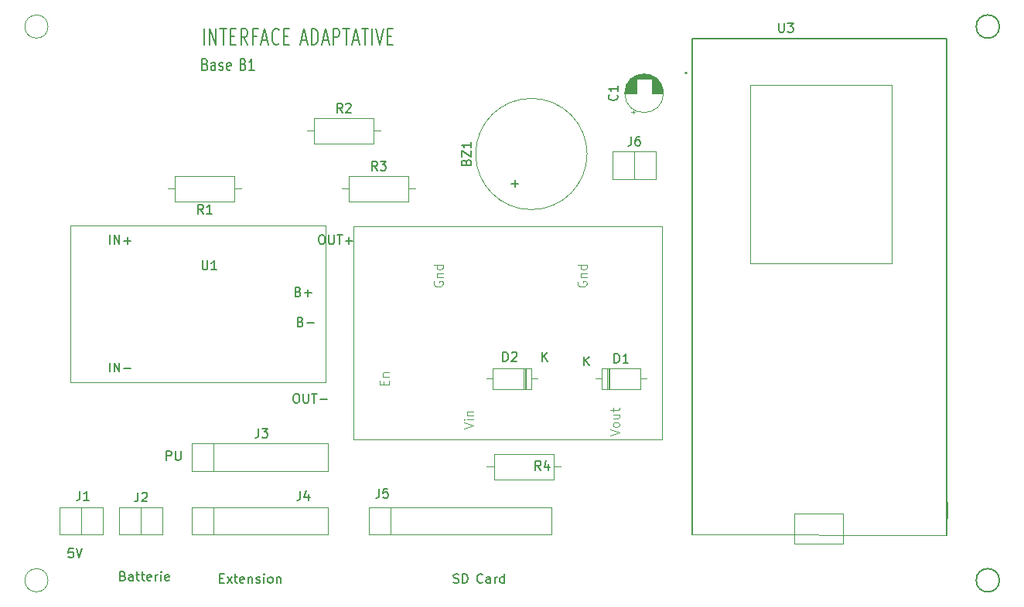
<source format=gbr>
%TF.GenerationSoftware,KiCad,Pcbnew,(7.0.0)*%
%TF.CreationDate,2023-03-30T08:56:28+02:00*%
%TF.ProjectId,HM-Base,484d2d42-6173-4652-9e6b-696361645f70,rev?*%
%TF.SameCoordinates,Original*%
%TF.FileFunction,Legend,Top*%
%TF.FilePolarity,Positive*%
%FSLAX46Y46*%
G04 Gerber Fmt 4.6, Leading zero omitted, Abs format (unit mm)*
G04 Created by KiCad (PCBNEW (7.0.0)) date 2023-03-30 08:56:28*
%MOMM*%
%LPD*%
G01*
G04 APERTURE LIST*
%ADD10C,0.101600*%
%ADD11C,0.150000*%
%ADD12C,0.200000*%
%ADD13C,0.100000*%
%ADD14C,0.120000*%
%ADD15C,0.127000*%
G04 APERTURE END LIST*
D10*
X85090000Y-111506000D02*
G75*
G03*
X85090000Y-111506000I-1270000J0D01*
G01*
X85090000Y-50800000D02*
G75*
G03*
X85090000Y-50800000I-1270000J0D01*
G01*
D11*
X189230000Y-111506000D02*
G75*
G03*
X189230000Y-111506000I-1270000J0D01*
G01*
X189230000Y-50800000D02*
G75*
G03*
X189230000Y-50800000I-1270000J0D01*
G01*
D12*
X102298428Y-54938385D02*
X102441285Y-54998861D01*
X102441285Y-54998861D02*
X102488904Y-55059338D01*
X102488904Y-55059338D02*
X102536523Y-55180290D01*
X102536523Y-55180290D02*
X102536523Y-55361719D01*
X102536523Y-55361719D02*
X102488904Y-55482671D01*
X102488904Y-55482671D02*
X102441285Y-55543147D01*
X102441285Y-55543147D02*
X102346047Y-55603623D01*
X102346047Y-55603623D02*
X101965095Y-55603623D01*
X101965095Y-55603623D02*
X101965095Y-54333623D01*
X101965095Y-54333623D02*
X102298428Y-54333623D01*
X102298428Y-54333623D02*
X102393666Y-54394100D01*
X102393666Y-54394100D02*
X102441285Y-54454576D01*
X102441285Y-54454576D02*
X102488904Y-54575528D01*
X102488904Y-54575528D02*
X102488904Y-54696480D01*
X102488904Y-54696480D02*
X102441285Y-54817433D01*
X102441285Y-54817433D02*
X102393666Y-54877909D01*
X102393666Y-54877909D02*
X102298428Y-54938385D01*
X102298428Y-54938385D02*
X101965095Y-54938385D01*
X103393666Y-55603623D02*
X103393666Y-54938385D01*
X103393666Y-54938385D02*
X103346047Y-54817433D01*
X103346047Y-54817433D02*
X103250809Y-54756957D01*
X103250809Y-54756957D02*
X103060333Y-54756957D01*
X103060333Y-54756957D02*
X102965095Y-54817433D01*
X103393666Y-55543147D02*
X103298428Y-55603623D01*
X103298428Y-55603623D02*
X103060333Y-55603623D01*
X103060333Y-55603623D02*
X102965095Y-55543147D01*
X102965095Y-55543147D02*
X102917476Y-55422195D01*
X102917476Y-55422195D02*
X102917476Y-55301242D01*
X102917476Y-55301242D02*
X102965095Y-55180290D01*
X102965095Y-55180290D02*
X103060333Y-55119814D01*
X103060333Y-55119814D02*
X103298428Y-55119814D01*
X103298428Y-55119814D02*
X103393666Y-55059338D01*
X103822238Y-55543147D02*
X103917476Y-55603623D01*
X103917476Y-55603623D02*
X104107952Y-55603623D01*
X104107952Y-55603623D02*
X104203190Y-55543147D01*
X104203190Y-55543147D02*
X104250809Y-55422195D01*
X104250809Y-55422195D02*
X104250809Y-55361719D01*
X104250809Y-55361719D02*
X104203190Y-55240766D01*
X104203190Y-55240766D02*
X104107952Y-55180290D01*
X104107952Y-55180290D02*
X103965095Y-55180290D01*
X103965095Y-55180290D02*
X103869857Y-55119814D01*
X103869857Y-55119814D02*
X103822238Y-54998861D01*
X103822238Y-54998861D02*
X103822238Y-54938385D01*
X103822238Y-54938385D02*
X103869857Y-54817433D01*
X103869857Y-54817433D02*
X103965095Y-54756957D01*
X103965095Y-54756957D02*
X104107952Y-54756957D01*
X104107952Y-54756957D02*
X104203190Y-54817433D01*
X105060333Y-55543147D02*
X104965095Y-55603623D01*
X104965095Y-55603623D02*
X104774619Y-55603623D01*
X104774619Y-55603623D02*
X104679381Y-55543147D01*
X104679381Y-55543147D02*
X104631762Y-55422195D01*
X104631762Y-55422195D02*
X104631762Y-54938385D01*
X104631762Y-54938385D02*
X104679381Y-54817433D01*
X104679381Y-54817433D02*
X104774619Y-54756957D01*
X104774619Y-54756957D02*
X104965095Y-54756957D01*
X104965095Y-54756957D02*
X105060333Y-54817433D01*
X105060333Y-54817433D02*
X105107952Y-54938385D01*
X105107952Y-54938385D02*
X105107952Y-55059338D01*
X105107952Y-55059338D02*
X104631762Y-55180290D01*
X106469857Y-54938385D02*
X106612714Y-54998861D01*
X106612714Y-54998861D02*
X106660333Y-55059338D01*
X106660333Y-55059338D02*
X106707952Y-55180290D01*
X106707952Y-55180290D02*
X106707952Y-55361719D01*
X106707952Y-55361719D02*
X106660333Y-55482671D01*
X106660333Y-55482671D02*
X106612714Y-55543147D01*
X106612714Y-55543147D02*
X106517476Y-55603623D01*
X106517476Y-55603623D02*
X106136524Y-55603623D01*
X106136524Y-55603623D02*
X106136524Y-54333623D01*
X106136524Y-54333623D02*
X106469857Y-54333623D01*
X106469857Y-54333623D02*
X106565095Y-54394100D01*
X106565095Y-54394100D02*
X106612714Y-54454576D01*
X106612714Y-54454576D02*
X106660333Y-54575528D01*
X106660333Y-54575528D02*
X106660333Y-54696480D01*
X106660333Y-54696480D02*
X106612714Y-54817433D01*
X106612714Y-54817433D02*
X106565095Y-54877909D01*
X106565095Y-54877909D02*
X106469857Y-54938385D01*
X106469857Y-54938385D02*
X106136524Y-54938385D01*
X107660333Y-55603623D02*
X107088905Y-55603623D01*
X107374619Y-55603623D02*
X107374619Y-54333623D01*
X107374619Y-54333623D02*
X107279381Y-54515052D01*
X107279381Y-54515052D02*
X107184143Y-54636004D01*
X107184143Y-54636004D02*
X107088905Y-54696480D01*
X102156380Y-52826074D02*
X102156380Y-51048074D01*
X102761142Y-52826074D02*
X102761142Y-51048074D01*
X102761142Y-51048074D02*
X103486857Y-52826074D01*
X103486857Y-52826074D02*
X103486857Y-51048074D01*
X103910190Y-51048074D02*
X104635904Y-51048074D01*
X104273047Y-52826074D02*
X104273047Y-51048074D01*
X105059237Y-51894741D02*
X105482571Y-51894741D01*
X105663999Y-52826074D02*
X105059237Y-52826074D01*
X105059237Y-52826074D02*
X105059237Y-51048074D01*
X105059237Y-51048074D02*
X105663999Y-51048074D01*
X106934000Y-52826074D02*
X106510666Y-51979407D01*
X106208285Y-52826074D02*
X106208285Y-51048074D01*
X106208285Y-51048074D02*
X106692095Y-51048074D01*
X106692095Y-51048074D02*
X106813047Y-51132741D01*
X106813047Y-51132741D02*
X106873524Y-51217407D01*
X106873524Y-51217407D02*
X106934000Y-51386741D01*
X106934000Y-51386741D02*
X106934000Y-51640741D01*
X106934000Y-51640741D02*
X106873524Y-51810074D01*
X106873524Y-51810074D02*
X106813047Y-51894741D01*
X106813047Y-51894741D02*
X106692095Y-51979407D01*
X106692095Y-51979407D02*
X106208285Y-51979407D01*
X107901619Y-51894741D02*
X107478285Y-51894741D01*
X107478285Y-52826074D02*
X107478285Y-51048074D01*
X107478285Y-51048074D02*
X108083047Y-51048074D01*
X108506380Y-52318074D02*
X109111142Y-52318074D01*
X108385428Y-52826074D02*
X108808761Y-51048074D01*
X108808761Y-51048074D02*
X109232095Y-52826074D01*
X110381142Y-52656741D02*
X110320666Y-52741407D01*
X110320666Y-52741407D02*
X110139237Y-52826074D01*
X110139237Y-52826074D02*
X110018285Y-52826074D01*
X110018285Y-52826074D02*
X109836856Y-52741407D01*
X109836856Y-52741407D02*
X109715904Y-52572074D01*
X109715904Y-52572074D02*
X109655427Y-52402741D01*
X109655427Y-52402741D02*
X109594951Y-52064074D01*
X109594951Y-52064074D02*
X109594951Y-51810074D01*
X109594951Y-51810074D02*
X109655427Y-51471407D01*
X109655427Y-51471407D02*
X109715904Y-51302074D01*
X109715904Y-51302074D02*
X109836856Y-51132741D01*
X109836856Y-51132741D02*
X110018285Y-51048074D01*
X110018285Y-51048074D02*
X110139237Y-51048074D01*
X110139237Y-51048074D02*
X110320666Y-51132741D01*
X110320666Y-51132741D02*
X110381142Y-51217407D01*
X110925427Y-51894741D02*
X111348761Y-51894741D01*
X111530189Y-52826074D02*
X110925427Y-52826074D01*
X110925427Y-52826074D02*
X110925427Y-51048074D01*
X110925427Y-51048074D02*
X111530189Y-51048074D01*
X112775999Y-52318074D02*
X113380761Y-52318074D01*
X112655047Y-52826074D02*
X113078380Y-51048074D01*
X113078380Y-51048074D02*
X113501714Y-52826074D01*
X113925046Y-52826074D02*
X113925046Y-51048074D01*
X113925046Y-51048074D02*
X114227427Y-51048074D01*
X114227427Y-51048074D02*
X114408856Y-51132741D01*
X114408856Y-51132741D02*
X114529808Y-51302074D01*
X114529808Y-51302074D02*
X114590285Y-51471407D01*
X114590285Y-51471407D02*
X114650761Y-51810074D01*
X114650761Y-51810074D02*
X114650761Y-52064074D01*
X114650761Y-52064074D02*
X114590285Y-52402741D01*
X114590285Y-52402741D02*
X114529808Y-52572074D01*
X114529808Y-52572074D02*
X114408856Y-52741407D01*
X114408856Y-52741407D02*
X114227427Y-52826074D01*
X114227427Y-52826074D02*
X113925046Y-52826074D01*
X115134570Y-52318074D02*
X115739332Y-52318074D01*
X115013618Y-52826074D02*
X115436951Y-51048074D01*
X115436951Y-51048074D02*
X115860285Y-52826074D01*
X116283617Y-52826074D02*
X116283617Y-51048074D01*
X116283617Y-51048074D02*
X116767427Y-51048074D01*
X116767427Y-51048074D02*
X116888379Y-51132741D01*
X116888379Y-51132741D02*
X116948856Y-51217407D01*
X116948856Y-51217407D02*
X117009332Y-51386741D01*
X117009332Y-51386741D02*
X117009332Y-51640741D01*
X117009332Y-51640741D02*
X116948856Y-51810074D01*
X116948856Y-51810074D02*
X116888379Y-51894741D01*
X116888379Y-51894741D02*
X116767427Y-51979407D01*
X116767427Y-51979407D02*
X116283617Y-51979407D01*
X117372189Y-51048074D02*
X118097903Y-51048074D01*
X117735046Y-52826074D02*
X117735046Y-51048074D01*
X118460760Y-52318074D02*
X119065522Y-52318074D01*
X118339808Y-52826074D02*
X118763141Y-51048074D01*
X118763141Y-51048074D02*
X119186475Y-52826074D01*
X119428379Y-51048074D02*
X120154093Y-51048074D01*
X119791236Y-52826074D02*
X119791236Y-51048074D01*
X120577426Y-52826074D02*
X120577426Y-51048074D01*
X121000760Y-51048074D02*
X121424093Y-52826074D01*
X121424093Y-52826074D02*
X121847427Y-51048074D01*
X122270759Y-51894741D02*
X122694093Y-51894741D01*
X122875521Y-52826074D02*
X122270759Y-52826074D01*
X122270759Y-52826074D02*
X122270759Y-51048074D01*
X122270759Y-51048074D02*
X122875521Y-51048074D01*
D11*
X129476476Y-111748761D02*
X129619333Y-111796380D01*
X129619333Y-111796380D02*
X129857428Y-111796380D01*
X129857428Y-111796380D02*
X129952666Y-111748761D01*
X129952666Y-111748761D02*
X130000285Y-111701142D01*
X130000285Y-111701142D02*
X130047904Y-111605904D01*
X130047904Y-111605904D02*
X130047904Y-111510666D01*
X130047904Y-111510666D02*
X130000285Y-111415428D01*
X130000285Y-111415428D02*
X129952666Y-111367809D01*
X129952666Y-111367809D02*
X129857428Y-111320190D01*
X129857428Y-111320190D02*
X129666952Y-111272571D01*
X129666952Y-111272571D02*
X129571714Y-111224952D01*
X129571714Y-111224952D02*
X129524095Y-111177333D01*
X129524095Y-111177333D02*
X129476476Y-111082095D01*
X129476476Y-111082095D02*
X129476476Y-110986857D01*
X129476476Y-110986857D02*
X129524095Y-110891619D01*
X129524095Y-110891619D02*
X129571714Y-110844000D01*
X129571714Y-110844000D02*
X129666952Y-110796380D01*
X129666952Y-110796380D02*
X129905047Y-110796380D01*
X129905047Y-110796380D02*
X130047904Y-110844000D01*
X130476476Y-111796380D02*
X130476476Y-110796380D01*
X130476476Y-110796380D02*
X130714571Y-110796380D01*
X130714571Y-110796380D02*
X130857428Y-110844000D01*
X130857428Y-110844000D02*
X130952666Y-110939238D01*
X130952666Y-110939238D02*
X131000285Y-111034476D01*
X131000285Y-111034476D02*
X131047904Y-111224952D01*
X131047904Y-111224952D02*
X131047904Y-111367809D01*
X131047904Y-111367809D02*
X131000285Y-111558285D01*
X131000285Y-111558285D02*
X130952666Y-111653523D01*
X130952666Y-111653523D02*
X130857428Y-111748761D01*
X130857428Y-111748761D02*
X130714571Y-111796380D01*
X130714571Y-111796380D02*
X130476476Y-111796380D01*
X132647904Y-111701142D02*
X132600285Y-111748761D01*
X132600285Y-111748761D02*
X132457428Y-111796380D01*
X132457428Y-111796380D02*
X132362190Y-111796380D01*
X132362190Y-111796380D02*
X132219333Y-111748761D01*
X132219333Y-111748761D02*
X132124095Y-111653523D01*
X132124095Y-111653523D02*
X132076476Y-111558285D01*
X132076476Y-111558285D02*
X132028857Y-111367809D01*
X132028857Y-111367809D02*
X132028857Y-111224952D01*
X132028857Y-111224952D02*
X132076476Y-111034476D01*
X132076476Y-111034476D02*
X132124095Y-110939238D01*
X132124095Y-110939238D02*
X132219333Y-110844000D01*
X132219333Y-110844000D02*
X132362190Y-110796380D01*
X132362190Y-110796380D02*
X132457428Y-110796380D01*
X132457428Y-110796380D02*
X132600285Y-110844000D01*
X132600285Y-110844000D02*
X132647904Y-110891619D01*
X133505047Y-111796380D02*
X133505047Y-111272571D01*
X133505047Y-111272571D02*
X133457428Y-111177333D01*
X133457428Y-111177333D02*
X133362190Y-111129714D01*
X133362190Y-111129714D02*
X133171714Y-111129714D01*
X133171714Y-111129714D02*
X133076476Y-111177333D01*
X133505047Y-111748761D02*
X133409809Y-111796380D01*
X133409809Y-111796380D02*
X133171714Y-111796380D01*
X133171714Y-111796380D02*
X133076476Y-111748761D01*
X133076476Y-111748761D02*
X133028857Y-111653523D01*
X133028857Y-111653523D02*
X133028857Y-111558285D01*
X133028857Y-111558285D02*
X133076476Y-111463047D01*
X133076476Y-111463047D02*
X133171714Y-111415428D01*
X133171714Y-111415428D02*
X133409809Y-111415428D01*
X133409809Y-111415428D02*
X133505047Y-111367809D01*
X133981238Y-111796380D02*
X133981238Y-111129714D01*
X133981238Y-111320190D02*
X134028857Y-111224952D01*
X134028857Y-111224952D02*
X134076476Y-111177333D01*
X134076476Y-111177333D02*
X134171714Y-111129714D01*
X134171714Y-111129714D02*
X134266952Y-111129714D01*
X135028857Y-111796380D02*
X135028857Y-110796380D01*
X135028857Y-111748761D02*
X134933619Y-111796380D01*
X134933619Y-111796380D02*
X134743143Y-111796380D01*
X134743143Y-111796380D02*
X134647905Y-111748761D01*
X134647905Y-111748761D02*
X134600286Y-111701142D01*
X134600286Y-111701142D02*
X134552667Y-111605904D01*
X134552667Y-111605904D02*
X134552667Y-111320190D01*
X134552667Y-111320190D02*
X134600286Y-111224952D01*
X134600286Y-111224952D02*
X134647905Y-111177333D01*
X134647905Y-111177333D02*
X134743143Y-111129714D01*
X134743143Y-111129714D02*
X134933619Y-111129714D01*
X134933619Y-111129714D02*
X135028857Y-111177333D01*
X103870095Y-111272571D02*
X104203428Y-111272571D01*
X104346285Y-111796380D02*
X103870095Y-111796380D01*
X103870095Y-111796380D02*
X103870095Y-110796380D01*
X103870095Y-110796380D02*
X104346285Y-110796380D01*
X104679619Y-111796380D02*
X105203428Y-111129714D01*
X104679619Y-111129714D02*
X105203428Y-111796380D01*
X105441524Y-111129714D02*
X105822476Y-111129714D01*
X105584381Y-110796380D02*
X105584381Y-111653523D01*
X105584381Y-111653523D02*
X105632000Y-111748761D01*
X105632000Y-111748761D02*
X105727238Y-111796380D01*
X105727238Y-111796380D02*
X105822476Y-111796380D01*
X106536762Y-111748761D02*
X106441524Y-111796380D01*
X106441524Y-111796380D02*
X106251048Y-111796380D01*
X106251048Y-111796380D02*
X106155810Y-111748761D01*
X106155810Y-111748761D02*
X106108191Y-111653523D01*
X106108191Y-111653523D02*
X106108191Y-111272571D01*
X106108191Y-111272571D02*
X106155810Y-111177333D01*
X106155810Y-111177333D02*
X106251048Y-111129714D01*
X106251048Y-111129714D02*
X106441524Y-111129714D01*
X106441524Y-111129714D02*
X106536762Y-111177333D01*
X106536762Y-111177333D02*
X106584381Y-111272571D01*
X106584381Y-111272571D02*
X106584381Y-111367809D01*
X106584381Y-111367809D02*
X106108191Y-111463047D01*
X107012953Y-111129714D02*
X107012953Y-111796380D01*
X107012953Y-111224952D02*
X107060572Y-111177333D01*
X107060572Y-111177333D02*
X107155810Y-111129714D01*
X107155810Y-111129714D02*
X107298667Y-111129714D01*
X107298667Y-111129714D02*
X107393905Y-111177333D01*
X107393905Y-111177333D02*
X107441524Y-111272571D01*
X107441524Y-111272571D02*
X107441524Y-111796380D01*
X107870096Y-111748761D02*
X107965334Y-111796380D01*
X107965334Y-111796380D02*
X108155810Y-111796380D01*
X108155810Y-111796380D02*
X108251048Y-111748761D01*
X108251048Y-111748761D02*
X108298667Y-111653523D01*
X108298667Y-111653523D02*
X108298667Y-111605904D01*
X108298667Y-111605904D02*
X108251048Y-111510666D01*
X108251048Y-111510666D02*
X108155810Y-111463047D01*
X108155810Y-111463047D02*
X108012953Y-111463047D01*
X108012953Y-111463047D02*
X107917715Y-111415428D01*
X107917715Y-111415428D02*
X107870096Y-111320190D01*
X107870096Y-111320190D02*
X107870096Y-111272571D01*
X107870096Y-111272571D02*
X107917715Y-111177333D01*
X107917715Y-111177333D02*
X108012953Y-111129714D01*
X108012953Y-111129714D02*
X108155810Y-111129714D01*
X108155810Y-111129714D02*
X108251048Y-111177333D01*
X108727239Y-111796380D02*
X108727239Y-111129714D01*
X108727239Y-110796380D02*
X108679620Y-110844000D01*
X108679620Y-110844000D02*
X108727239Y-110891619D01*
X108727239Y-110891619D02*
X108774858Y-110844000D01*
X108774858Y-110844000D02*
X108727239Y-110796380D01*
X108727239Y-110796380D02*
X108727239Y-110891619D01*
X109346286Y-111796380D02*
X109251048Y-111748761D01*
X109251048Y-111748761D02*
X109203429Y-111701142D01*
X109203429Y-111701142D02*
X109155810Y-111605904D01*
X109155810Y-111605904D02*
X109155810Y-111320190D01*
X109155810Y-111320190D02*
X109203429Y-111224952D01*
X109203429Y-111224952D02*
X109251048Y-111177333D01*
X109251048Y-111177333D02*
X109346286Y-111129714D01*
X109346286Y-111129714D02*
X109489143Y-111129714D01*
X109489143Y-111129714D02*
X109584381Y-111177333D01*
X109584381Y-111177333D02*
X109632000Y-111224952D01*
X109632000Y-111224952D02*
X109679619Y-111320190D01*
X109679619Y-111320190D02*
X109679619Y-111605904D01*
X109679619Y-111605904D02*
X109632000Y-111701142D01*
X109632000Y-111701142D02*
X109584381Y-111748761D01*
X109584381Y-111748761D02*
X109489143Y-111796380D01*
X109489143Y-111796380D02*
X109346286Y-111796380D01*
X110108191Y-111129714D02*
X110108191Y-111796380D01*
X110108191Y-111224952D02*
X110155810Y-111177333D01*
X110155810Y-111177333D02*
X110251048Y-111129714D01*
X110251048Y-111129714D02*
X110393905Y-111129714D01*
X110393905Y-111129714D02*
X110489143Y-111177333D01*
X110489143Y-111177333D02*
X110536762Y-111272571D01*
X110536762Y-111272571D02*
X110536762Y-111796380D01*
X98028095Y-98334380D02*
X98028095Y-97334380D01*
X98028095Y-97334380D02*
X98409047Y-97334380D01*
X98409047Y-97334380D02*
X98504285Y-97382000D01*
X98504285Y-97382000D02*
X98551904Y-97429619D01*
X98551904Y-97429619D02*
X98599523Y-97524857D01*
X98599523Y-97524857D02*
X98599523Y-97667714D01*
X98599523Y-97667714D02*
X98551904Y-97762952D01*
X98551904Y-97762952D02*
X98504285Y-97810571D01*
X98504285Y-97810571D02*
X98409047Y-97858190D01*
X98409047Y-97858190D02*
X98028095Y-97858190D01*
X99028095Y-97334380D02*
X99028095Y-98143904D01*
X99028095Y-98143904D02*
X99075714Y-98239142D01*
X99075714Y-98239142D02*
X99123333Y-98286761D01*
X99123333Y-98286761D02*
X99218571Y-98334380D01*
X99218571Y-98334380D02*
X99409047Y-98334380D01*
X99409047Y-98334380D02*
X99504285Y-98286761D01*
X99504285Y-98286761D02*
X99551904Y-98239142D01*
X99551904Y-98239142D02*
X99599523Y-98143904D01*
X99599523Y-98143904D02*
X99599523Y-97334380D01*
X93281428Y-111018571D02*
X93424285Y-111066190D01*
X93424285Y-111066190D02*
X93471904Y-111113809D01*
X93471904Y-111113809D02*
X93519523Y-111209047D01*
X93519523Y-111209047D02*
X93519523Y-111351904D01*
X93519523Y-111351904D02*
X93471904Y-111447142D01*
X93471904Y-111447142D02*
X93424285Y-111494761D01*
X93424285Y-111494761D02*
X93329047Y-111542380D01*
X93329047Y-111542380D02*
X92948095Y-111542380D01*
X92948095Y-111542380D02*
X92948095Y-110542380D01*
X92948095Y-110542380D02*
X93281428Y-110542380D01*
X93281428Y-110542380D02*
X93376666Y-110590000D01*
X93376666Y-110590000D02*
X93424285Y-110637619D01*
X93424285Y-110637619D02*
X93471904Y-110732857D01*
X93471904Y-110732857D02*
X93471904Y-110828095D01*
X93471904Y-110828095D02*
X93424285Y-110923333D01*
X93424285Y-110923333D02*
X93376666Y-110970952D01*
X93376666Y-110970952D02*
X93281428Y-111018571D01*
X93281428Y-111018571D02*
X92948095Y-111018571D01*
X94376666Y-111542380D02*
X94376666Y-111018571D01*
X94376666Y-111018571D02*
X94329047Y-110923333D01*
X94329047Y-110923333D02*
X94233809Y-110875714D01*
X94233809Y-110875714D02*
X94043333Y-110875714D01*
X94043333Y-110875714D02*
X93948095Y-110923333D01*
X94376666Y-111494761D02*
X94281428Y-111542380D01*
X94281428Y-111542380D02*
X94043333Y-111542380D01*
X94043333Y-111542380D02*
X93948095Y-111494761D01*
X93948095Y-111494761D02*
X93900476Y-111399523D01*
X93900476Y-111399523D02*
X93900476Y-111304285D01*
X93900476Y-111304285D02*
X93948095Y-111209047D01*
X93948095Y-111209047D02*
X94043333Y-111161428D01*
X94043333Y-111161428D02*
X94281428Y-111161428D01*
X94281428Y-111161428D02*
X94376666Y-111113809D01*
X94710000Y-110875714D02*
X95090952Y-110875714D01*
X94852857Y-110542380D02*
X94852857Y-111399523D01*
X94852857Y-111399523D02*
X94900476Y-111494761D01*
X94900476Y-111494761D02*
X94995714Y-111542380D01*
X94995714Y-111542380D02*
X95090952Y-111542380D01*
X95281429Y-110875714D02*
X95662381Y-110875714D01*
X95424286Y-110542380D02*
X95424286Y-111399523D01*
X95424286Y-111399523D02*
X95471905Y-111494761D01*
X95471905Y-111494761D02*
X95567143Y-111542380D01*
X95567143Y-111542380D02*
X95662381Y-111542380D01*
X96376667Y-111494761D02*
X96281429Y-111542380D01*
X96281429Y-111542380D02*
X96090953Y-111542380D01*
X96090953Y-111542380D02*
X95995715Y-111494761D01*
X95995715Y-111494761D02*
X95948096Y-111399523D01*
X95948096Y-111399523D02*
X95948096Y-111018571D01*
X95948096Y-111018571D02*
X95995715Y-110923333D01*
X95995715Y-110923333D02*
X96090953Y-110875714D01*
X96090953Y-110875714D02*
X96281429Y-110875714D01*
X96281429Y-110875714D02*
X96376667Y-110923333D01*
X96376667Y-110923333D02*
X96424286Y-111018571D01*
X96424286Y-111018571D02*
X96424286Y-111113809D01*
X96424286Y-111113809D02*
X95948096Y-111209047D01*
X96852858Y-111542380D02*
X96852858Y-110875714D01*
X96852858Y-111066190D02*
X96900477Y-110970952D01*
X96900477Y-110970952D02*
X96948096Y-110923333D01*
X96948096Y-110923333D02*
X97043334Y-110875714D01*
X97043334Y-110875714D02*
X97138572Y-110875714D01*
X97471906Y-111542380D02*
X97471906Y-110875714D01*
X97471906Y-110542380D02*
X97424287Y-110590000D01*
X97424287Y-110590000D02*
X97471906Y-110637619D01*
X97471906Y-110637619D02*
X97519525Y-110590000D01*
X97519525Y-110590000D02*
X97471906Y-110542380D01*
X97471906Y-110542380D02*
X97471906Y-110637619D01*
X98329048Y-111494761D02*
X98233810Y-111542380D01*
X98233810Y-111542380D02*
X98043334Y-111542380D01*
X98043334Y-111542380D02*
X97948096Y-111494761D01*
X97948096Y-111494761D02*
X97900477Y-111399523D01*
X97900477Y-111399523D02*
X97900477Y-111018571D01*
X97900477Y-111018571D02*
X97948096Y-110923333D01*
X97948096Y-110923333D02*
X98043334Y-110875714D01*
X98043334Y-110875714D02*
X98233810Y-110875714D01*
X98233810Y-110875714D02*
X98329048Y-110923333D01*
X98329048Y-110923333D02*
X98376667Y-111018571D01*
X98376667Y-111018571D02*
X98376667Y-111113809D01*
X98376667Y-111113809D02*
X97900477Y-111209047D01*
X87836285Y-108002380D02*
X87360095Y-108002380D01*
X87360095Y-108002380D02*
X87312476Y-108478571D01*
X87312476Y-108478571D02*
X87360095Y-108430952D01*
X87360095Y-108430952D02*
X87455333Y-108383333D01*
X87455333Y-108383333D02*
X87693428Y-108383333D01*
X87693428Y-108383333D02*
X87788666Y-108430952D01*
X87788666Y-108430952D02*
X87836285Y-108478571D01*
X87836285Y-108478571D02*
X87883904Y-108573809D01*
X87883904Y-108573809D02*
X87883904Y-108811904D01*
X87883904Y-108811904D02*
X87836285Y-108907142D01*
X87836285Y-108907142D02*
X87788666Y-108954761D01*
X87788666Y-108954761D02*
X87693428Y-109002380D01*
X87693428Y-109002380D02*
X87455333Y-109002380D01*
X87455333Y-109002380D02*
X87360095Y-108954761D01*
X87360095Y-108954761D02*
X87312476Y-108907142D01*
X88169619Y-108002380D02*
X88502952Y-109002380D01*
X88502952Y-109002380D02*
X88836285Y-108002380D01*
D13*
%TO.C,U2*%
X127354000Y-78740095D02*
X127306380Y-78835333D01*
X127306380Y-78835333D02*
X127306380Y-78978190D01*
X127306380Y-78978190D02*
X127354000Y-79121047D01*
X127354000Y-79121047D02*
X127449238Y-79216285D01*
X127449238Y-79216285D02*
X127544476Y-79263904D01*
X127544476Y-79263904D02*
X127734952Y-79311523D01*
X127734952Y-79311523D02*
X127877809Y-79311523D01*
X127877809Y-79311523D02*
X128068285Y-79263904D01*
X128068285Y-79263904D02*
X128163523Y-79216285D01*
X128163523Y-79216285D02*
X128258761Y-79121047D01*
X128258761Y-79121047D02*
X128306380Y-78978190D01*
X128306380Y-78978190D02*
X128306380Y-78882952D01*
X128306380Y-78882952D02*
X128258761Y-78740095D01*
X128258761Y-78740095D02*
X128211142Y-78692476D01*
X128211142Y-78692476D02*
X127877809Y-78692476D01*
X127877809Y-78692476D02*
X127877809Y-78882952D01*
X127639714Y-78263904D02*
X128306380Y-78263904D01*
X127734952Y-78263904D02*
X127687333Y-78216285D01*
X127687333Y-78216285D02*
X127639714Y-78121047D01*
X127639714Y-78121047D02*
X127639714Y-77978190D01*
X127639714Y-77978190D02*
X127687333Y-77882952D01*
X127687333Y-77882952D02*
X127782571Y-77835333D01*
X127782571Y-77835333D02*
X128306380Y-77835333D01*
X128306380Y-76930571D02*
X127306380Y-76930571D01*
X128258761Y-76930571D02*
X128306380Y-77025809D01*
X128306380Y-77025809D02*
X128306380Y-77216285D01*
X128306380Y-77216285D02*
X128258761Y-77311523D01*
X128258761Y-77311523D02*
X128211142Y-77359142D01*
X128211142Y-77359142D02*
X128115904Y-77406761D01*
X128115904Y-77406761D02*
X127830190Y-77406761D01*
X127830190Y-77406761D02*
X127734952Y-77359142D01*
X127734952Y-77359142D02*
X127687333Y-77311523D01*
X127687333Y-77311523D02*
X127639714Y-77216285D01*
X127639714Y-77216285D02*
X127639714Y-77025809D01*
X127639714Y-77025809D02*
X127687333Y-76930571D01*
X146610380Y-95662761D02*
X147610380Y-95329428D01*
X147610380Y-95329428D02*
X146610380Y-94996095D01*
X147610380Y-94519904D02*
X147562761Y-94615142D01*
X147562761Y-94615142D02*
X147515142Y-94662761D01*
X147515142Y-94662761D02*
X147419904Y-94710380D01*
X147419904Y-94710380D02*
X147134190Y-94710380D01*
X147134190Y-94710380D02*
X147038952Y-94662761D01*
X147038952Y-94662761D02*
X146991333Y-94615142D01*
X146991333Y-94615142D02*
X146943714Y-94519904D01*
X146943714Y-94519904D02*
X146943714Y-94377047D01*
X146943714Y-94377047D02*
X146991333Y-94281809D01*
X146991333Y-94281809D02*
X147038952Y-94234190D01*
X147038952Y-94234190D02*
X147134190Y-94186571D01*
X147134190Y-94186571D02*
X147419904Y-94186571D01*
X147419904Y-94186571D02*
X147515142Y-94234190D01*
X147515142Y-94234190D02*
X147562761Y-94281809D01*
X147562761Y-94281809D02*
X147610380Y-94377047D01*
X147610380Y-94377047D02*
X147610380Y-94519904D01*
X146943714Y-93329428D02*
X147610380Y-93329428D01*
X146943714Y-93757999D02*
X147467523Y-93757999D01*
X147467523Y-93757999D02*
X147562761Y-93710380D01*
X147562761Y-93710380D02*
X147610380Y-93615142D01*
X147610380Y-93615142D02*
X147610380Y-93472285D01*
X147610380Y-93472285D02*
X147562761Y-93377047D01*
X147562761Y-93377047D02*
X147515142Y-93329428D01*
X146943714Y-92996094D02*
X146943714Y-92615142D01*
X146610380Y-92853237D02*
X147467523Y-92853237D01*
X147467523Y-92853237D02*
X147562761Y-92805618D01*
X147562761Y-92805618D02*
X147610380Y-92710380D01*
X147610380Y-92710380D02*
X147610380Y-92615142D01*
X143102000Y-78754595D02*
X143054380Y-78849833D01*
X143054380Y-78849833D02*
X143054380Y-78992690D01*
X143054380Y-78992690D02*
X143102000Y-79135547D01*
X143102000Y-79135547D02*
X143197238Y-79230785D01*
X143197238Y-79230785D02*
X143292476Y-79278404D01*
X143292476Y-79278404D02*
X143482952Y-79326023D01*
X143482952Y-79326023D02*
X143625809Y-79326023D01*
X143625809Y-79326023D02*
X143816285Y-79278404D01*
X143816285Y-79278404D02*
X143911523Y-79230785D01*
X143911523Y-79230785D02*
X144006761Y-79135547D01*
X144006761Y-79135547D02*
X144054380Y-78992690D01*
X144054380Y-78992690D02*
X144054380Y-78897452D01*
X144054380Y-78897452D02*
X144006761Y-78754595D01*
X144006761Y-78754595D02*
X143959142Y-78706976D01*
X143959142Y-78706976D02*
X143625809Y-78706976D01*
X143625809Y-78706976D02*
X143625809Y-78897452D01*
X143387714Y-78278404D02*
X144054380Y-78278404D01*
X143482952Y-78278404D02*
X143435333Y-78230785D01*
X143435333Y-78230785D02*
X143387714Y-78135547D01*
X143387714Y-78135547D02*
X143387714Y-77992690D01*
X143387714Y-77992690D02*
X143435333Y-77897452D01*
X143435333Y-77897452D02*
X143530571Y-77849833D01*
X143530571Y-77849833D02*
X144054380Y-77849833D01*
X144054380Y-76945071D02*
X143054380Y-76945071D01*
X144006761Y-76945071D02*
X144054380Y-77040309D01*
X144054380Y-77040309D02*
X144054380Y-77230785D01*
X144054380Y-77230785D02*
X144006761Y-77326023D01*
X144006761Y-77326023D02*
X143959142Y-77373642D01*
X143959142Y-77373642D02*
X143863904Y-77421261D01*
X143863904Y-77421261D02*
X143578190Y-77421261D01*
X143578190Y-77421261D02*
X143482952Y-77373642D01*
X143482952Y-77373642D02*
X143435333Y-77326023D01*
X143435333Y-77326023D02*
X143387714Y-77230785D01*
X143387714Y-77230785D02*
X143387714Y-77040309D01*
X143387714Y-77040309D02*
X143435333Y-76945071D01*
X121864371Y-90073404D02*
X121864371Y-89740071D01*
X122388180Y-89597214D02*
X122388180Y-90073404D01*
X122388180Y-90073404D02*
X121388180Y-90073404D01*
X121388180Y-90073404D02*
X121388180Y-89597214D01*
X121721514Y-89168642D02*
X122388180Y-89168642D01*
X121816752Y-89168642D02*
X121769133Y-89121023D01*
X121769133Y-89121023D02*
X121721514Y-89025785D01*
X121721514Y-89025785D02*
X121721514Y-88882928D01*
X121721514Y-88882928D02*
X121769133Y-88787690D01*
X121769133Y-88787690D02*
X121864371Y-88740071D01*
X121864371Y-88740071D02*
X122388180Y-88740071D01*
X130608380Y-94900761D02*
X131608380Y-94567428D01*
X131608380Y-94567428D02*
X130608380Y-94234095D01*
X131608380Y-93900761D02*
X130941714Y-93900761D01*
X130608380Y-93900761D02*
X130656000Y-93948380D01*
X130656000Y-93948380D02*
X130703619Y-93900761D01*
X130703619Y-93900761D02*
X130656000Y-93853142D01*
X130656000Y-93853142D02*
X130608380Y-93900761D01*
X130608380Y-93900761D02*
X130703619Y-93900761D01*
X130941714Y-93424571D02*
X131608380Y-93424571D01*
X131036952Y-93424571D02*
X130989333Y-93376952D01*
X130989333Y-93376952D02*
X130941714Y-93281714D01*
X130941714Y-93281714D02*
X130941714Y-93138857D01*
X130941714Y-93138857D02*
X130989333Y-93043619D01*
X130989333Y-93043619D02*
X131084571Y-92996000D01*
X131084571Y-92996000D02*
X131608380Y-92996000D01*
D11*
%TO.C,J4*%
X112696666Y-101729380D02*
X112696666Y-102443666D01*
X112696666Y-102443666D02*
X112649047Y-102586523D01*
X112649047Y-102586523D02*
X112553809Y-102681761D01*
X112553809Y-102681761D02*
X112410952Y-102729380D01*
X112410952Y-102729380D02*
X112315714Y-102729380D01*
X113601428Y-102062714D02*
X113601428Y-102729380D01*
X113363333Y-101681761D02*
X113125238Y-102396047D01*
X113125238Y-102396047D02*
X113744285Y-102396047D01*
%TO.C,U3*%
X165099801Y-50421137D02*
X165099801Y-51230973D01*
X165099801Y-51230973D02*
X165147438Y-51326248D01*
X165147438Y-51326248D02*
X165195076Y-51373886D01*
X165195076Y-51373886D02*
X165290350Y-51421523D01*
X165290350Y-51421523D02*
X165480900Y-51421523D01*
X165480900Y-51421523D02*
X165576175Y-51373886D01*
X165576175Y-51373886D02*
X165623812Y-51326248D01*
X165623812Y-51326248D02*
X165671450Y-51230973D01*
X165671450Y-51230973D02*
X165671450Y-50421137D01*
X166052549Y-50421137D02*
X166671835Y-50421137D01*
X166671835Y-50421137D02*
X166338373Y-50802237D01*
X166338373Y-50802237D02*
X166481286Y-50802237D01*
X166481286Y-50802237D02*
X166576561Y-50849874D01*
X166576561Y-50849874D02*
X166624198Y-50897511D01*
X166624198Y-50897511D02*
X166671835Y-50992786D01*
X166671835Y-50992786D02*
X166671835Y-51230973D01*
X166671835Y-51230973D02*
X166624198Y-51326248D01*
X166624198Y-51326248D02*
X166576561Y-51373886D01*
X166576561Y-51373886D02*
X166481286Y-51421523D01*
X166481286Y-51421523D02*
X166195461Y-51421523D01*
X166195461Y-51421523D02*
X166100186Y-51373886D01*
X166100186Y-51373886D02*
X166052549Y-51326248D01*
%TO.C,BZ1*%
X130843571Y-65650952D02*
X130891190Y-65508095D01*
X130891190Y-65508095D02*
X130938809Y-65460476D01*
X130938809Y-65460476D02*
X131034047Y-65412857D01*
X131034047Y-65412857D02*
X131176904Y-65412857D01*
X131176904Y-65412857D02*
X131272142Y-65460476D01*
X131272142Y-65460476D02*
X131319761Y-65508095D01*
X131319761Y-65508095D02*
X131367380Y-65603333D01*
X131367380Y-65603333D02*
X131367380Y-65984285D01*
X131367380Y-65984285D02*
X130367380Y-65984285D01*
X130367380Y-65984285D02*
X130367380Y-65650952D01*
X130367380Y-65650952D02*
X130415000Y-65555714D01*
X130415000Y-65555714D02*
X130462619Y-65508095D01*
X130462619Y-65508095D02*
X130557857Y-65460476D01*
X130557857Y-65460476D02*
X130653095Y-65460476D01*
X130653095Y-65460476D02*
X130748333Y-65508095D01*
X130748333Y-65508095D02*
X130795952Y-65555714D01*
X130795952Y-65555714D02*
X130843571Y-65650952D01*
X130843571Y-65650952D02*
X130843571Y-65984285D01*
X130367380Y-65079523D02*
X130367380Y-64412857D01*
X130367380Y-64412857D02*
X131367380Y-65079523D01*
X131367380Y-65079523D02*
X131367380Y-64412857D01*
X131367380Y-63508095D02*
X131367380Y-64079523D01*
X131367380Y-63793809D02*
X130367380Y-63793809D01*
X130367380Y-63793809D02*
X130510238Y-63889047D01*
X130510238Y-63889047D02*
X130605476Y-63984285D01*
X130605476Y-63984285D02*
X130653095Y-64079523D01*
X136186428Y-68400951D02*
X136186428Y-67639047D01*
X136567380Y-68019999D02*
X135805476Y-68019999D01*
%TO.C,J3*%
X108124666Y-94871380D02*
X108124666Y-95585666D01*
X108124666Y-95585666D02*
X108077047Y-95728523D01*
X108077047Y-95728523D02*
X107981809Y-95823761D01*
X107981809Y-95823761D02*
X107838952Y-95871380D01*
X107838952Y-95871380D02*
X107743714Y-95871380D01*
X108505619Y-94871380D02*
X109124666Y-94871380D01*
X109124666Y-94871380D02*
X108791333Y-95252333D01*
X108791333Y-95252333D02*
X108934190Y-95252333D01*
X108934190Y-95252333D02*
X109029428Y-95299952D01*
X109029428Y-95299952D02*
X109077047Y-95347571D01*
X109077047Y-95347571D02*
X109124666Y-95442809D01*
X109124666Y-95442809D02*
X109124666Y-95680904D01*
X109124666Y-95680904D02*
X109077047Y-95776142D01*
X109077047Y-95776142D02*
X109029428Y-95823761D01*
X109029428Y-95823761D02*
X108934190Y-95871380D01*
X108934190Y-95871380D02*
X108648476Y-95871380D01*
X108648476Y-95871380D02*
X108553238Y-95823761D01*
X108553238Y-95823761D02*
X108505619Y-95776142D01*
%TO.C,J5*%
X121332666Y-101475380D02*
X121332666Y-102189666D01*
X121332666Y-102189666D02*
X121285047Y-102332523D01*
X121285047Y-102332523D02*
X121189809Y-102427761D01*
X121189809Y-102427761D02*
X121046952Y-102475380D01*
X121046952Y-102475380D02*
X120951714Y-102475380D01*
X122285047Y-101475380D02*
X121808857Y-101475380D01*
X121808857Y-101475380D02*
X121761238Y-101951571D01*
X121761238Y-101951571D02*
X121808857Y-101903952D01*
X121808857Y-101903952D02*
X121904095Y-101856333D01*
X121904095Y-101856333D02*
X122142190Y-101856333D01*
X122142190Y-101856333D02*
X122237428Y-101903952D01*
X122237428Y-101903952D02*
X122285047Y-101951571D01*
X122285047Y-101951571D02*
X122332666Y-102046809D01*
X122332666Y-102046809D02*
X122332666Y-102284904D01*
X122332666Y-102284904D02*
X122285047Y-102380142D01*
X122285047Y-102380142D02*
X122237428Y-102427761D01*
X122237428Y-102427761D02*
X122142190Y-102475380D01*
X122142190Y-102475380D02*
X121904095Y-102475380D01*
X121904095Y-102475380D02*
X121808857Y-102427761D01*
X121808857Y-102427761D02*
X121761238Y-102380142D01*
%TO.C,J2*%
X94936666Y-101867380D02*
X94936666Y-102581666D01*
X94936666Y-102581666D02*
X94889047Y-102724523D01*
X94889047Y-102724523D02*
X94793809Y-102819761D01*
X94793809Y-102819761D02*
X94650952Y-102867380D01*
X94650952Y-102867380D02*
X94555714Y-102867380D01*
X95365238Y-101962619D02*
X95412857Y-101915000D01*
X95412857Y-101915000D02*
X95508095Y-101867380D01*
X95508095Y-101867380D02*
X95746190Y-101867380D01*
X95746190Y-101867380D02*
X95841428Y-101915000D01*
X95841428Y-101915000D02*
X95889047Y-101962619D01*
X95889047Y-101962619D02*
X95936666Y-102057857D01*
X95936666Y-102057857D02*
X95936666Y-102153095D01*
X95936666Y-102153095D02*
X95889047Y-102295952D01*
X95889047Y-102295952D02*
X95317619Y-102867380D01*
X95317619Y-102867380D02*
X95936666Y-102867380D01*
%TO.C,R4*%
X139025333Y-99427380D02*
X138692000Y-98951190D01*
X138453905Y-99427380D02*
X138453905Y-98427380D01*
X138453905Y-98427380D02*
X138834857Y-98427380D01*
X138834857Y-98427380D02*
X138930095Y-98475000D01*
X138930095Y-98475000D02*
X138977714Y-98522619D01*
X138977714Y-98522619D02*
X139025333Y-98617857D01*
X139025333Y-98617857D02*
X139025333Y-98760714D01*
X139025333Y-98760714D02*
X138977714Y-98855952D01*
X138977714Y-98855952D02*
X138930095Y-98903571D01*
X138930095Y-98903571D02*
X138834857Y-98951190D01*
X138834857Y-98951190D02*
X138453905Y-98951190D01*
X139882476Y-98760714D02*
X139882476Y-99427380D01*
X139644381Y-98379761D02*
X139406286Y-99094047D01*
X139406286Y-99094047D02*
X140025333Y-99094047D01*
%TO.C,D1*%
X147089905Y-87655380D02*
X147089905Y-86655380D01*
X147089905Y-86655380D02*
X147328000Y-86655380D01*
X147328000Y-86655380D02*
X147470857Y-86703000D01*
X147470857Y-86703000D02*
X147566095Y-86798238D01*
X147566095Y-86798238D02*
X147613714Y-86893476D01*
X147613714Y-86893476D02*
X147661333Y-87083952D01*
X147661333Y-87083952D02*
X147661333Y-87226809D01*
X147661333Y-87226809D02*
X147613714Y-87417285D01*
X147613714Y-87417285D02*
X147566095Y-87512523D01*
X147566095Y-87512523D02*
X147470857Y-87607761D01*
X147470857Y-87607761D02*
X147328000Y-87655380D01*
X147328000Y-87655380D02*
X147089905Y-87655380D01*
X148613714Y-87655380D02*
X148042286Y-87655380D01*
X148328000Y-87655380D02*
X148328000Y-86655380D01*
X148328000Y-86655380D02*
X148232762Y-86798238D01*
X148232762Y-86798238D02*
X148137524Y-86893476D01*
X148137524Y-86893476D02*
X148042286Y-86941095D01*
X143756095Y-87975380D02*
X143756095Y-86975380D01*
X144327523Y-87975380D02*
X143898952Y-87403952D01*
X144327523Y-86975380D02*
X143756095Y-87546809D01*
%TO.C,R3*%
X121118333Y-66577380D02*
X120785000Y-66101190D01*
X120546905Y-66577380D02*
X120546905Y-65577380D01*
X120546905Y-65577380D02*
X120927857Y-65577380D01*
X120927857Y-65577380D02*
X121023095Y-65625000D01*
X121023095Y-65625000D02*
X121070714Y-65672619D01*
X121070714Y-65672619D02*
X121118333Y-65767857D01*
X121118333Y-65767857D02*
X121118333Y-65910714D01*
X121118333Y-65910714D02*
X121070714Y-66005952D01*
X121070714Y-66005952D02*
X121023095Y-66053571D01*
X121023095Y-66053571D02*
X120927857Y-66101190D01*
X120927857Y-66101190D02*
X120546905Y-66101190D01*
X121451667Y-65577380D02*
X122070714Y-65577380D01*
X122070714Y-65577380D02*
X121737381Y-65958333D01*
X121737381Y-65958333D02*
X121880238Y-65958333D01*
X121880238Y-65958333D02*
X121975476Y-66005952D01*
X121975476Y-66005952D02*
X122023095Y-66053571D01*
X122023095Y-66053571D02*
X122070714Y-66148809D01*
X122070714Y-66148809D02*
X122070714Y-66386904D01*
X122070714Y-66386904D02*
X122023095Y-66482142D01*
X122023095Y-66482142D02*
X121975476Y-66529761D01*
X121975476Y-66529761D02*
X121880238Y-66577380D01*
X121880238Y-66577380D02*
X121594524Y-66577380D01*
X121594524Y-66577380D02*
X121499286Y-66529761D01*
X121499286Y-66529761D02*
X121451667Y-66482142D01*
%TO.C,J6*%
X148936666Y-62867380D02*
X148936666Y-63581666D01*
X148936666Y-63581666D02*
X148889047Y-63724523D01*
X148889047Y-63724523D02*
X148793809Y-63819761D01*
X148793809Y-63819761D02*
X148650952Y-63867380D01*
X148650952Y-63867380D02*
X148555714Y-63867380D01*
X149841428Y-62867380D02*
X149650952Y-62867380D01*
X149650952Y-62867380D02*
X149555714Y-62915000D01*
X149555714Y-62915000D02*
X149508095Y-62962619D01*
X149508095Y-62962619D02*
X149412857Y-63105476D01*
X149412857Y-63105476D02*
X149365238Y-63295952D01*
X149365238Y-63295952D02*
X149365238Y-63676904D01*
X149365238Y-63676904D02*
X149412857Y-63772142D01*
X149412857Y-63772142D02*
X149460476Y-63819761D01*
X149460476Y-63819761D02*
X149555714Y-63867380D01*
X149555714Y-63867380D02*
X149746190Y-63867380D01*
X149746190Y-63867380D02*
X149841428Y-63819761D01*
X149841428Y-63819761D02*
X149889047Y-63772142D01*
X149889047Y-63772142D02*
X149936666Y-63676904D01*
X149936666Y-63676904D02*
X149936666Y-63438809D01*
X149936666Y-63438809D02*
X149889047Y-63343571D01*
X149889047Y-63343571D02*
X149841428Y-63295952D01*
X149841428Y-63295952D02*
X149746190Y-63248333D01*
X149746190Y-63248333D02*
X149555714Y-63248333D01*
X149555714Y-63248333D02*
X149460476Y-63295952D01*
X149460476Y-63295952D02*
X149412857Y-63343571D01*
X149412857Y-63343571D02*
X149365238Y-63438809D01*
%TO.C,R1*%
X102068333Y-71317380D02*
X101735000Y-70841190D01*
X101496905Y-71317380D02*
X101496905Y-70317380D01*
X101496905Y-70317380D02*
X101877857Y-70317380D01*
X101877857Y-70317380D02*
X101973095Y-70365000D01*
X101973095Y-70365000D02*
X102020714Y-70412619D01*
X102020714Y-70412619D02*
X102068333Y-70507857D01*
X102068333Y-70507857D02*
X102068333Y-70650714D01*
X102068333Y-70650714D02*
X102020714Y-70745952D01*
X102020714Y-70745952D02*
X101973095Y-70793571D01*
X101973095Y-70793571D02*
X101877857Y-70841190D01*
X101877857Y-70841190D02*
X101496905Y-70841190D01*
X103020714Y-71317380D02*
X102449286Y-71317380D01*
X102735000Y-71317380D02*
X102735000Y-70317380D01*
X102735000Y-70317380D02*
X102639762Y-70460238D01*
X102639762Y-70460238D02*
X102544524Y-70555476D01*
X102544524Y-70555476D02*
X102449286Y-70603095D01*
%TO.C,R2*%
X117308333Y-60227380D02*
X116975000Y-59751190D01*
X116736905Y-60227380D02*
X116736905Y-59227380D01*
X116736905Y-59227380D02*
X117117857Y-59227380D01*
X117117857Y-59227380D02*
X117213095Y-59275000D01*
X117213095Y-59275000D02*
X117260714Y-59322619D01*
X117260714Y-59322619D02*
X117308333Y-59417857D01*
X117308333Y-59417857D02*
X117308333Y-59560714D01*
X117308333Y-59560714D02*
X117260714Y-59655952D01*
X117260714Y-59655952D02*
X117213095Y-59703571D01*
X117213095Y-59703571D02*
X117117857Y-59751190D01*
X117117857Y-59751190D02*
X116736905Y-59751190D01*
X117689286Y-59322619D02*
X117736905Y-59275000D01*
X117736905Y-59275000D02*
X117832143Y-59227380D01*
X117832143Y-59227380D02*
X118070238Y-59227380D01*
X118070238Y-59227380D02*
X118165476Y-59275000D01*
X118165476Y-59275000D02*
X118213095Y-59322619D01*
X118213095Y-59322619D02*
X118260714Y-59417857D01*
X118260714Y-59417857D02*
X118260714Y-59513095D01*
X118260714Y-59513095D02*
X118213095Y-59655952D01*
X118213095Y-59655952D02*
X117641667Y-60227380D01*
X117641667Y-60227380D02*
X118260714Y-60227380D01*
%TO.C,J1*%
X88566666Y-101729380D02*
X88566666Y-102443666D01*
X88566666Y-102443666D02*
X88519047Y-102586523D01*
X88519047Y-102586523D02*
X88423809Y-102681761D01*
X88423809Y-102681761D02*
X88280952Y-102729380D01*
X88280952Y-102729380D02*
X88185714Y-102729380D01*
X89566666Y-102729380D02*
X88995238Y-102729380D01*
X89280952Y-102729380D02*
X89280952Y-101729380D01*
X89280952Y-101729380D02*
X89185714Y-101872238D01*
X89185714Y-101872238D02*
X89090476Y-101967476D01*
X89090476Y-101967476D02*
X88995238Y-102015095D01*
%TO.C,D2*%
X134897905Y-87489380D02*
X134897905Y-86489380D01*
X134897905Y-86489380D02*
X135136000Y-86489380D01*
X135136000Y-86489380D02*
X135278857Y-86537000D01*
X135278857Y-86537000D02*
X135374095Y-86632238D01*
X135374095Y-86632238D02*
X135421714Y-86727476D01*
X135421714Y-86727476D02*
X135469333Y-86917952D01*
X135469333Y-86917952D02*
X135469333Y-87060809D01*
X135469333Y-87060809D02*
X135421714Y-87251285D01*
X135421714Y-87251285D02*
X135374095Y-87346523D01*
X135374095Y-87346523D02*
X135278857Y-87441761D01*
X135278857Y-87441761D02*
X135136000Y-87489380D01*
X135136000Y-87489380D02*
X134897905Y-87489380D01*
X135850286Y-86584619D02*
X135897905Y-86537000D01*
X135897905Y-86537000D02*
X135993143Y-86489380D01*
X135993143Y-86489380D02*
X136231238Y-86489380D01*
X136231238Y-86489380D02*
X136326476Y-86537000D01*
X136326476Y-86537000D02*
X136374095Y-86584619D01*
X136374095Y-86584619D02*
X136421714Y-86679857D01*
X136421714Y-86679857D02*
X136421714Y-86775095D01*
X136421714Y-86775095D02*
X136374095Y-86917952D01*
X136374095Y-86917952D02*
X135802667Y-87489380D01*
X135802667Y-87489380D02*
X136421714Y-87489380D01*
X139184095Y-87489380D02*
X139184095Y-86489380D01*
X139755523Y-87489380D02*
X139326952Y-86917952D01*
X139755523Y-86489380D02*
X139184095Y-87060809D01*
%TO.C,C1*%
X147357042Y-58272666D02*
X147404661Y-58320285D01*
X147404661Y-58320285D02*
X147452280Y-58463142D01*
X147452280Y-58463142D02*
X147452280Y-58558380D01*
X147452280Y-58558380D02*
X147404661Y-58701237D01*
X147404661Y-58701237D02*
X147309423Y-58796475D01*
X147309423Y-58796475D02*
X147214185Y-58844094D01*
X147214185Y-58844094D02*
X147023709Y-58891713D01*
X147023709Y-58891713D02*
X146880852Y-58891713D01*
X146880852Y-58891713D02*
X146690376Y-58844094D01*
X146690376Y-58844094D02*
X146595138Y-58796475D01*
X146595138Y-58796475D02*
X146499900Y-58701237D01*
X146499900Y-58701237D02*
X146452280Y-58558380D01*
X146452280Y-58558380D02*
X146452280Y-58463142D01*
X146452280Y-58463142D02*
X146499900Y-58320285D01*
X146499900Y-58320285D02*
X146547519Y-58272666D01*
X147452280Y-57320285D02*
X147452280Y-57891713D01*
X147452280Y-57605999D02*
X146452280Y-57605999D01*
X146452280Y-57605999D02*
X146595138Y-57701237D01*
X146595138Y-57701237D02*
X146690376Y-57796475D01*
X146690376Y-57796475D02*
X146737995Y-57891713D01*
%TO.C,U1*%
X101973095Y-76452380D02*
X101973095Y-77261904D01*
X101973095Y-77261904D02*
X102020714Y-77357142D01*
X102020714Y-77357142D02*
X102068333Y-77404761D01*
X102068333Y-77404761D02*
X102163571Y-77452380D01*
X102163571Y-77452380D02*
X102354047Y-77452380D01*
X102354047Y-77452380D02*
X102449285Y-77404761D01*
X102449285Y-77404761D02*
X102496904Y-77357142D01*
X102496904Y-77357142D02*
X102544523Y-77261904D01*
X102544523Y-77261904D02*
X102544523Y-76452380D01*
X103544523Y-77452380D02*
X102973095Y-77452380D01*
X103258809Y-77452380D02*
X103258809Y-76452380D01*
X103258809Y-76452380D02*
X103163571Y-76595238D01*
X103163571Y-76595238D02*
X103068333Y-76690476D01*
X103068333Y-76690476D02*
X102973095Y-76738095D01*
X112482381Y-79853571D02*
X112625238Y-79901190D01*
X112625238Y-79901190D02*
X112672857Y-79948809D01*
X112672857Y-79948809D02*
X112720476Y-80044047D01*
X112720476Y-80044047D02*
X112720476Y-80186904D01*
X112720476Y-80186904D02*
X112672857Y-80282142D01*
X112672857Y-80282142D02*
X112625238Y-80329761D01*
X112625238Y-80329761D02*
X112530000Y-80377380D01*
X112530000Y-80377380D02*
X112149048Y-80377380D01*
X112149048Y-80377380D02*
X112149048Y-79377380D01*
X112149048Y-79377380D02*
X112482381Y-79377380D01*
X112482381Y-79377380D02*
X112577619Y-79425000D01*
X112577619Y-79425000D02*
X112625238Y-79472619D01*
X112625238Y-79472619D02*
X112672857Y-79567857D01*
X112672857Y-79567857D02*
X112672857Y-79663095D01*
X112672857Y-79663095D02*
X112625238Y-79758333D01*
X112625238Y-79758333D02*
X112577619Y-79805952D01*
X112577619Y-79805952D02*
X112482381Y-79853571D01*
X112482381Y-79853571D02*
X112149048Y-79853571D01*
X113149048Y-79996428D02*
X113910953Y-79996428D01*
X113530000Y-80377380D02*
X113530000Y-79615476D01*
X114966952Y-73652380D02*
X115157428Y-73652380D01*
X115157428Y-73652380D02*
X115252666Y-73700000D01*
X115252666Y-73700000D02*
X115347904Y-73795238D01*
X115347904Y-73795238D02*
X115395523Y-73985714D01*
X115395523Y-73985714D02*
X115395523Y-74319047D01*
X115395523Y-74319047D02*
X115347904Y-74509523D01*
X115347904Y-74509523D02*
X115252666Y-74604761D01*
X115252666Y-74604761D02*
X115157428Y-74652380D01*
X115157428Y-74652380D02*
X114966952Y-74652380D01*
X114966952Y-74652380D02*
X114871714Y-74604761D01*
X114871714Y-74604761D02*
X114776476Y-74509523D01*
X114776476Y-74509523D02*
X114728857Y-74319047D01*
X114728857Y-74319047D02*
X114728857Y-73985714D01*
X114728857Y-73985714D02*
X114776476Y-73795238D01*
X114776476Y-73795238D02*
X114871714Y-73700000D01*
X114871714Y-73700000D02*
X114966952Y-73652380D01*
X115824095Y-73652380D02*
X115824095Y-74461904D01*
X115824095Y-74461904D02*
X115871714Y-74557142D01*
X115871714Y-74557142D02*
X115919333Y-74604761D01*
X115919333Y-74604761D02*
X116014571Y-74652380D01*
X116014571Y-74652380D02*
X116205047Y-74652380D01*
X116205047Y-74652380D02*
X116300285Y-74604761D01*
X116300285Y-74604761D02*
X116347904Y-74557142D01*
X116347904Y-74557142D02*
X116395523Y-74461904D01*
X116395523Y-74461904D02*
X116395523Y-73652380D01*
X116728857Y-73652380D02*
X117300285Y-73652380D01*
X117014571Y-74652380D02*
X117014571Y-73652380D01*
X117633619Y-74271428D02*
X118395524Y-74271428D01*
X118014571Y-74652380D02*
X118014571Y-73890476D01*
X112736381Y-83155571D02*
X112879238Y-83203190D01*
X112879238Y-83203190D02*
X112926857Y-83250809D01*
X112926857Y-83250809D02*
X112974476Y-83346047D01*
X112974476Y-83346047D02*
X112974476Y-83488904D01*
X112974476Y-83488904D02*
X112926857Y-83584142D01*
X112926857Y-83584142D02*
X112879238Y-83631761D01*
X112879238Y-83631761D02*
X112784000Y-83679380D01*
X112784000Y-83679380D02*
X112403048Y-83679380D01*
X112403048Y-83679380D02*
X112403048Y-82679380D01*
X112403048Y-82679380D02*
X112736381Y-82679380D01*
X112736381Y-82679380D02*
X112831619Y-82727000D01*
X112831619Y-82727000D02*
X112879238Y-82774619D01*
X112879238Y-82774619D02*
X112926857Y-82869857D01*
X112926857Y-82869857D02*
X112926857Y-82965095D01*
X112926857Y-82965095D02*
X112879238Y-83060333D01*
X112879238Y-83060333D02*
X112831619Y-83107952D01*
X112831619Y-83107952D02*
X112736381Y-83155571D01*
X112736381Y-83155571D02*
X112403048Y-83155571D01*
X113403048Y-83298428D02*
X114164953Y-83298428D01*
X91852143Y-88652380D02*
X91852143Y-87652380D01*
X92328333Y-88652380D02*
X92328333Y-87652380D01*
X92328333Y-87652380D02*
X92899761Y-88652380D01*
X92899761Y-88652380D02*
X92899761Y-87652380D01*
X93375952Y-88271428D02*
X94137857Y-88271428D01*
X91852143Y-74652380D02*
X91852143Y-73652380D01*
X92328333Y-74652380D02*
X92328333Y-73652380D01*
X92328333Y-73652380D02*
X92899761Y-74652380D01*
X92899761Y-74652380D02*
X92899761Y-73652380D01*
X93375952Y-74271428D02*
X94137857Y-74271428D01*
X93756904Y-74652380D02*
X93756904Y-73890476D01*
X112172952Y-91061380D02*
X112363428Y-91061380D01*
X112363428Y-91061380D02*
X112458666Y-91109000D01*
X112458666Y-91109000D02*
X112553904Y-91204238D01*
X112553904Y-91204238D02*
X112601523Y-91394714D01*
X112601523Y-91394714D02*
X112601523Y-91728047D01*
X112601523Y-91728047D02*
X112553904Y-91918523D01*
X112553904Y-91918523D02*
X112458666Y-92013761D01*
X112458666Y-92013761D02*
X112363428Y-92061380D01*
X112363428Y-92061380D02*
X112172952Y-92061380D01*
X112172952Y-92061380D02*
X112077714Y-92013761D01*
X112077714Y-92013761D02*
X111982476Y-91918523D01*
X111982476Y-91918523D02*
X111934857Y-91728047D01*
X111934857Y-91728047D02*
X111934857Y-91394714D01*
X111934857Y-91394714D02*
X111982476Y-91204238D01*
X111982476Y-91204238D02*
X112077714Y-91109000D01*
X112077714Y-91109000D02*
X112172952Y-91061380D01*
X113030095Y-91061380D02*
X113030095Y-91870904D01*
X113030095Y-91870904D02*
X113077714Y-91966142D01*
X113077714Y-91966142D02*
X113125333Y-92013761D01*
X113125333Y-92013761D02*
X113220571Y-92061380D01*
X113220571Y-92061380D02*
X113411047Y-92061380D01*
X113411047Y-92061380D02*
X113506285Y-92013761D01*
X113506285Y-92013761D02*
X113553904Y-91966142D01*
X113553904Y-91966142D02*
X113601523Y-91870904D01*
X113601523Y-91870904D02*
X113601523Y-91061380D01*
X113934857Y-91061380D02*
X114506285Y-91061380D01*
X114220571Y-92061380D02*
X114220571Y-91061380D01*
X114839619Y-91680428D02*
X115601524Y-91680428D01*
D13*
%TO.C,U2*%
X118541800Y-96026500D02*
X152323800Y-96026500D01*
X152323800Y-96026500D02*
X152323800Y-72658500D01*
X152323800Y-72658500D02*
X118541800Y-72658500D01*
X118541800Y-72658500D02*
X118541800Y-96026500D01*
D14*
%TO.C,J4*%
X115720000Y-106500000D02*
X100820000Y-106500000D01*
X115720000Y-103500000D02*
X115720000Y-106500000D01*
X103190000Y-103500000D02*
X103190000Y-106500000D01*
X100820000Y-106500000D02*
X100820000Y-103500000D01*
X100820000Y-103500000D02*
X115720000Y-103500000D01*
D12*
%TO.C,U3*%
X155045000Y-55880000D02*
G75*
G03*
X155045000Y-55880000I-100000J0D01*
G01*
D13*
X166751000Y-104160000D02*
X172085000Y-104160000D01*
X172085000Y-104160000D02*
X172085000Y-107462000D01*
X172085000Y-107462000D02*
X166751000Y-107462000D01*
X166751000Y-107462000D02*
X166751000Y-104160000D01*
X161925000Y-57170000D02*
X177419000Y-57170000D01*
X177419000Y-57170000D02*
X177419000Y-76728000D01*
X177419000Y-76728000D02*
X161925000Y-76728000D01*
X161925000Y-76728000D02*
X161925000Y-57170000D01*
X183515000Y-102890000D02*
X183495000Y-106573000D01*
D15*
X183495000Y-52090000D02*
X183495000Y-106446000D01*
D13*
X155645000Y-106500000D02*
X183495000Y-106573000D01*
D15*
X155645000Y-106500000D02*
X155575000Y-52090000D01*
X155575000Y-52090000D02*
X183495000Y-52090000D01*
D14*
%TO.C,BZ1*%
X144100000Y-64770000D02*
G75*
G03*
X144100000Y-64770000I-6100000J0D01*
G01*
%TO.C,J3*%
X100820000Y-96500000D02*
X115720000Y-96500000D01*
X100820000Y-99500000D02*
X100820000Y-96500000D01*
X103190000Y-96500000D02*
X103190000Y-99500000D01*
X115720000Y-96500000D02*
X115720000Y-99500000D01*
X115720000Y-99500000D02*
X100820000Y-99500000D01*
%TO.C,J5*%
X120200000Y-103500000D02*
X140180000Y-103500000D01*
X120200000Y-106500000D02*
X120200000Y-103500000D01*
X122570000Y-103500000D02*
X122570000Y-106500000D01*
X140180000Y-103500000D02*
X140180000Y-106500000D01*
X140180000Y-106500000D02*
X120200000Y-106500000D01*
%TO.C,J2*%
X97640000Y-106500000D02*
X92900000Y-106500000D01*
X97640000Y-103500000D02*
X97640000Y-106500000D01*
X95270000Y-106500000D02*
X95270000Y-103500000D01*
X92900000Y-106500000D02*
X92900000Y-103500000D01*
X92900000Y-103500000D02*
X97640000Y-103500000D01*
%TO.C,R4*%
X133120000Y-99060000D02*
X133890000Y-99060000D01*
X133890000Y-97690000D02*
X133890000Y-100430000D01*
X133890000Y-100430000D02*
X140430000Y-100430000D01*
X140430000Y-97690000D02*
X133890000Y-97690000D01*
X140430000Y-100430000D02*
X140430000Y-97690000D01*
X141200000Y-99060000D02*
X140430000Y-99060000D01*
%TO.C,D1*%
X145058000Y-89408000D02*
X145708000Y-89408000D01*
X145708000Y-88288000D02*
X145708000Y-90528000D01*
X145708000Y-90528000D02*
X149948000Y-90528000D01*
X146308000Y-88288000D02*
X146308000Y-90528000D01*
X146428000Y-88288000D02*
X146428000Y-90528000D01*
X146548000Y-88288000D02*
X146548000Y-90528000D01*
X149948000Y-88288000D02*
X145708000Y-88288000D01*
X149948000Y-90528000D02*
X149948000Y-88288000D01*
X150598000Y-89408000D02*
X149948000Y-89408000D01*
%TO.C,R3*%
X117245000Y-68580000D02*
X118015000Y-68580000D01*
X118015000Y-67210000D02*
X118015000Y-69950000D01*
X118015000Y-69950000D02*
X124555000Y-69950000D01*
X124555000Y-67210000D02*
X118015000Y-67210000D01*
X124555000Y-69950000D02*
X124555000Y-67210000D01*
X125325000Y-68580000D02*
X124555000Y-68580000D01*
%TO.C,J6*%
X151640000Y-67500000D02*
X146900000Y-67500000D01*
X151640000Y-64500000D02*
X151640000Y-67500000D01*
X149270000Y-67500000D02*
X149270000Y-64500000D01*
X146900000Y-67500000D02*
X146900000Y-64500000D01*
X146900000Y-64500000D02*
X151640000Y-64500000D01*
%TO.C,R1*%
X106275000Y-68580000D02*
X105505000Y-68580000D01*
X105505000Y-69950000D02*
X105505000Y-67210000D01*
X105505000Y-67210000D02*
X98965000Y-67210000D01*
X98965000Y-69950000D02*
X105505000Y-69950000D01*
X98965000Y-67210000D02*
X98965000Y-69950000D01*
X98195000Y-68580000D02*
X98965000Y-68580000D01*
%TO.C,R2*%
X113435000Y-62230000D02*
X114205000Y-62230000D01*
X114205000Y-60860000D02*
X114205000Y-63600000D01*
X114205000Y-63600000D02*
X120745000Y-63600000D01*
X120745000Y-60860000D02*
X114205000Y-60860000D01*
X120745000Y-63600000D02*
X120745000Y-60860000D01*
X121515000Y-62230000D02*
X120745000Y-62230000D01*
%TO.C,J1*%
X86360000Y-103500000D02*
X91100000Y-103500000D01*
X86360000Y-106500000D02*
X86360000Y-103500000D01*
X88730000Y-103500000D02*
X88730000Y-106500000D01*
X91100000Y-103500000D02*
X91100000Y-106500000D01*
X91100000Y-106500000D02*
X86360000Y-106500000D01*
%TO.C,D2*%
X138660000Y-89408000D02*
X138010000Y-89408000D01*
X138010000Y-90528000D02*
X138010000Y-88288000D01*
X138010000Y-88288000D02*
X133770000Y-88288000D01*
X137410000Y-90528000D02*
X137410000Y-88288000D01*
X137290000Y-90528000D02*
X137290000Y-88288000D01*
X137170000Y-90528000D02*
X137170000Y-88288000D01*
X133770000Y-90528000D02*
X138010000Y-90528000D01*
X133770000Y-88288000D02*
X133770000Y-90528000D01*
X133120000Y-89408000D02*
X133770000Y-89408000D01*
%TO.C,C1*%
X149139900Y-60375801D02*
X149139900Y-59975801D01*
X148939900Y-60175801D02*
X149339900Y-60175801D01*
X148254900Y-58106000D02*
X149494900Y-58106000D01*
X151174900Y-58106000D02*
X152414900Y-58106000D01*
X148254900Y-58066000D02*
X149494900Y-58066000D01*
X151174900Y-58066000D02*
X152414900Y-58066000D01*
X148255900Y-58026000D02*
X149494900Y-58026000D01*
X151174900Y-58026000D02*
X152413900Y-58026000D01*
X148257900Y-57986000D02*
X149494900Y-57986000D01*
X151174900Y-57986000D02*
X152411900Y-57986000D01*
X148260900Y-57946000D02*
X149494900Y-57946000D01*
X151174900Y-57946000D02*
X152408900Y-57946000D01*
X148263900Y-57906000D02*
X149494900Y-57906000D01*
X151174900Y-57906000D02*
X152405900Y-57906000D01*
X148267900Y-57866000D02*
X149494900Y-57866000D01*
X151174900Y-57866000D02*
X152401900Y-57866000D01*
X148272900Y-57826000D02*
X149494900Y-57826000D01*
X151174900Y-57826000D02*
X152396900Y-57826000D01*
X148278900Y-57786000D02*
X149494900Y-57786000D01*
X151174900Y-57786000D02*
X152390900Y-57786000D01*
X148284900Y-57746000D02*
X149494900Y-57746000D01*
X151174900Y-57746000D02*
X152384900Y-57746000D01*
X148292900Y-57706000D02*
X149494900Y-57706000D01*
X151174900Y-57706000D02*
X152376900Y-57706000D01*
X148300900Y-57666000D02*
X149494900Y-57666000D01*
X151174900Y-57666000D02*
X152368900Y-57666000D01*
X148309900Y-57626000D02*
X149494900Y-57626000D01*
X151174900Y-57626000D02*
X152359900Y-57626000D01*
X148318900Y-57586000D02*
X149494900Y-57586000D01*
X151174900Y-57586000D02*
X152350900Y-57586000D01*
X148329900Y-57546000D02*
X149494900Y-57546000D01*
X151174900Y-57546000D02*
X152339900Y-57546000D01*
X148340900Y-57506000D02*
X149494900Y-57506000D01*
X151174900Y-57506000D02*
X152328900Y-57506000D01*
X148352900Y-57466000D02*
X149494900Y-57466000D01*
X151174900Y-57466000D02*
X152316900Y-57466000D01*
X148366900Y-57426000D02*
X149494900Y-57426000D01*
X151174900Y-57426000D02*
X152302900Y-57426000D01*
X148380900Y-57385000D02*
X149494900Y-57385000D01*
X151174900Y-57385000D02*
X152288900Y-57385000D01*
X148394900Y-57345000D02*
X149494900Y-57345000D01*
X151174900Y-57345000D02*
X152274900Y-57345000D01*
X148410900Y-57305000D02*
X149494900Y-57305000D01*
X151174900Y-57305000D02*
X152258900Y-57305000D01*
X148427900Y-57265000D02*
X149494900Y-57265000D01*
X151174900Y-57265000D02*
X152241900Y-57265000D01*
X148445900Y-57225000D02*
X149494900Y-57225000D01*
X151174900Y-57225000D02*
X152223900Y-57225000D01*
X148464900Y-57185000D02*
X149494900Y-57185000D01*
X151174900Y-57185000D02*
X152204900Y-57185000D01*
X148483900Y-57145000D02*
X149494900Y-57145000D01*
X151174900Y-57145000D02*
X152185900Y-57145000D01*
X148504900Y-57105000D02*
X149494900Y-57105000D01*
X151174900Y-57105000D02*
X152164900Y-57105000D01*
X148526900Y-57065000D02*
X149494900Y-57065000D01*
X151174900Y-57065000D02*
X152142900Y-57065000D01*
X148549900Y-57025000D02*
X149494900Y-57025000D01*
X151174900Y-57025000D02*
X152119900Y-57025000D01*
X148574900Y-56985000D02*
X149494900Y-56985000D01*
X151174900Y-56985000D02*
X152094900Y-56985000D01*
X148599900Y-56945000D02*
X149494900Y-56945000D01*
X151174900Y-56945000D02*
X152069900Y-56945000D01*
X148626900Y-56905000D02*
X149494900Y-56905000D01*
X151174900Y-56905000D02*
X152042900Y-56905000D01*
X148654900Y-56865000D02*
X149494900Y-56865000D01*
X151174900Y-56865000D02*
X152014900Y-56865000D01*
X148684900Y-56825000D02*
X149494900Y-56825000D01*
X151174900Y-56825000D02*
X151984900Y-56825000D01*
X148715900Y-56785000D02*
X149494900Y-56785000D01*
X151174900Y-56785000D02*
X151953900Y-56785000D01*
X148747900Y-56745000D02*
X149494900Y-56745000D01*
X151174900Y-56745000D02*
X151921900Y-56745000D01*
X148782900Y-56705000D02*
X149494900Y-56705000D01*
X151174900Y-56705000D02*
X151886900Y-56705000D01*
X148818900Y-56665000D02*
X149494900Y-56665000D01*
X151174900Y-56665000D02*
X151850900Y-56665000D01*
X148856900Y-56625000D02*
X149494900Y-56625000D01*
X151174900Y-56625000D02*
X151812900Y-56625000D01*
X148896900Y-56585000D02*
X149494900Y-56585000D01*
X151174900Y-56585000D02*
X151772900Y-56585000D01*
X148938900Y-56545000D02*
X149494900Y-56545000D01*
X151174900Y-56545000D02*
X151730900Y-56545000D01*
X148983900Y-56505000D02*
X151685900Y-56505000D01*
X149030900Y-56465000D02*
X151638900Y-56465000D01*
X149080900Y-56425000D02*
X151588900Y-56425000D01*
X149134900Y-56385000D02*
X151534900Y-56385000D01*
X149192900Y-56345000D02*
X151476900Y-56345000D01*
X149254900Y-56305000D02*
X151414900Y-56305000D01*
X149321900Y-56265000D02*
X151347900Y-56265000D01*
X149394900Y-56225000D02*
X151274900Y-56225000D01*
X149475900Y-56185000D02*
X151193900Y-56185000D01*
X149566900Y-56145000D02*
X151102900Y-56145000D01*
X149670900Y-56105000D02*
X150998900Y-56105000D01*
X149797900Y-56065000D02*
X150871900Y-56065000D01*
X149964900Y-56025000D02*
X150704900Y-56025000D01*
X152454900Y-58106000D02*
G75*
G03*
X152454900Y-58106000I-2120000J0D01*
G01*
%TO.C,U1*%
X87495000Y-72585000D02*
X87495000Y-89785000D01*
X87495000Y-72585000D02*
X115495000Y-72585000D01*
X87495000Y-89785000D02*
X115495000Y-89785000D01*
X115495000Y-72585000D02*
X115495000Y-89785000D01*
%TD*%
M02*

</source>
